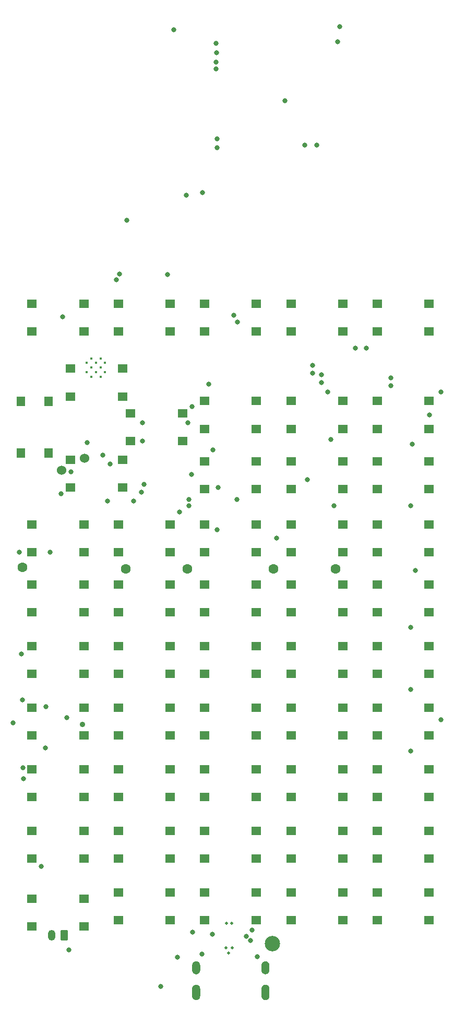
<source format=gbs>
G04 #@! TF.GenerationSoftware,KiCad,Pcbnew,7.0.1*
G04 #@! TF.CreationDate,2023-03-17T22:44:53-07:00*
G04 #@! TF.ProjectId,TI-83x,54492d38-3378-42e6-9b69-6361645f7063,A*
G04 #@! TF.SameCoordinates,Original*
G04 #@! TF.FileFunction,Soldermask,Bot*
G04 #@! TF.FilePolarity,Negative*
%FSLAX46Y46*%
G04 Gerber Fmt 4.6, Leading zero omitted, Abs format (unit mm)*
G04 Created by KiCad (PCBNEW 7.0.1) date 2023-03-17 22:44:53*
%MOMM*%
%LPD*%
G01*
G04 APERTURE LIST*
G04 Aperture macros list*
%AMRoundRect*
0 Rectangle with rounded corners*
0 $1 Rounding radius*
0 $2 $3 $4 $5 $6 $7 $8 $9 X,Y pos of 4 corners*
0 Add a 4 corners polygon primitive as box body*
4,1,4,$2,$3,$4,$5,$6,$7,$8,$9,$2,$3,0*
0 Add four circle primitives for the rounded corners*
1,1,$1+$1,$2,$3*
1,1,$1+$1,$4,$5*
1,1,$1+$1,$6,$7*
1,1,$1+$1,$8,$9*
0 Add four rect primitives between the rounded corners*
20,1,$1+$1,$2,$3,$4,$5,0*
20,1,$1+$1,$4,$5,$6,$7,0*
20,1,$1+$1,$6,$7,$8,$9,0*
20,1,$1+$1,$8,$9,$2,$3,0*%
G04 Aperture macros list end*
%ADD10C,0.010000*%
%ADD11R,1.600000X1.400000*%
%ADD12C,0.450000*%
%ADD13O,1.200000X1.750000*%
%ADD14RoundRect,0.250000X0.350000X0.625000X-0.350000X0.625000X-0.350000X-0.625000X0.350000X-0.625000X0*%
%ADD15R,1.400000X1.600000*%
%ADD16C,0.800000*%
%ADD17C,1.600000*%
%ADD18C,0.900000*%
%ADD19C,2.500000*%
%ADD20C,1.524000*%
%ADD21C,0.500000*%
G04 APERTURE END LIST*
D10*
X73901000Y-197201000D02*
X73933000Y-197203000D01*
X73964000Y-197207000D01*
X73995000Y-197213000D01*
X74025000Y-197220000D01*
X74055000Y-197229000D01*
X74085000Y-197240000D01*
X74114000Y-197252000D01*
X74142000Y-197265000D01*
X74170000Y-197280000D01*
X74197000Y-197297000D01*
X74223000Y-197315000D01*
X74248000Y-197334000D01*
X74271000Y-197354000D01*
X74294000Y-197376000D01*
X74316000Y-197399000D01*
X74336000Y-197422000D01*
X74355000Y-197447000D01*
X74373000Y-197473000D01*
X74390000Y-197500000D01*
X74405000Y-197528000D01*
X74418000Y-197556000D01*
X74430000Y-197585000D01*
X74441000Y-197615000D01*
X74450000Y-197645000D01*
X74457000Y-197675000D01*
X74463000Y-197706000D01*
X74467000Y-197737000D01*
X74469000Y-197769000D01*
X74470000Y-197800000D01*
X74470000Y-199000000D01*
X74469000Y-199031000D01*
X74467000Y-199063000D01*
X74463000Y-199094000D01*
X74457000Y-199125000D01*
X74450000Y-199155000D01*
X74441000Y-199185000D01*
X74430000Y-199215000D01*
X74418000Y-199244000D01*
X74405000Y-199272000D01*
X74390000Y-199300000D01*
X74373000Y-199327000D01*
X74355000Y-199353000D01*
X74336000Y-199378000D01*
X74316000Y-199401000D01*
X74294000Y-199424000D01*
X74271000Y-199446000D01*
X74248000Y-199466000D01*
X74223000Y-199485000D01*
X74197000Y-199503000D01*
X74170000Y-199520000D01*
X74142000Y-199535000D01*
X74114000Y-199548000D01*
X74085000Y-199560000D01*
X74055000Y-199571000D01*
X74025000Y-199580000D01*
X73995000Y-199587000D01*
X73964000Y-199593000D01*
X73933000Y-199597000D01*
X73901000Y-199599000D01*
X73870000Y-199600000D01*
X73839000Y-199599000D01*
X73807000Y-199597000D01*
X73776000Y-199593000D01*
X73745000Y-199587000D01*
X73715000Y-199580000D01*
X73685000Y-199571000D01*
X73655000Y-199560000D01*
X73626000Y-199548000D01*
X73598000Y-199535000D01*
X73570000Y-199520000D01*
X73543000Y-199503000D01*
X73517000Y-199485000D01*
X73492000Y-199466000D01*
X73469000Y-199446000D01*
X73446000Y-199424000D01*
X73424000Y-199401000D01*
X73404000Y-199378000D01*
X73385000Y-199353000D01*
X73367000Y-199327000D01*
X73350000Y-199300000D01*
X73335000Y-199272000D01*
X73322000Y-199244000D01*
X73310000Y-199215000D01*
X73299000Y-199185000D01*
X73290000Y-199155000D01*
X73283000Y-199125000D01*
X73277000Y-199094000D01*
X73273000Y-199063000D01*
X73271000Y-199031000D01*
X73270000Y-199000000D01*
X73270000Y-197800000D01*
X73271000Y-197769000D01*
X73273000Y-197737000D01*
X73277000Y-197706000D01*
X73283000Y-197675000D01*
X73290000Y-197645000D01*
X73299000Y-197615000D01*
X73310000Y-197585000D01*
X73322000Y-197556000D01*
X73335000Y-197528000D01*
X73350000Y-197500000D01*
X73367000Y-197473000D01*
X73385000Y-197447000D01*
X73404000Y-197422000D01*
X73424000Y-197399000D01*
X73446000Y-197376000D01*
X73469000Y-197354000D01*
X73492000Y-197334000D01*
X73517000Y-197315000D01*
X73543000Y-197297000D01*
X73570000Y-197280000D01*
X73598000Y-197265000D01*
X73626000Y-197252000D01*
X73655000Y-197240000D01*
X73685000Y-197229000D01*
X73715000Y-197220000D01*
X73745000Y-197213000D01*
X73776000Y-197207000D01*
X73807000Y-197203000D01*
X73839000Y-197201000D01*
X73870000Y-197200000D01*
X73901000Y-197201000D01*
G36*
X73901000Y-197201000D02*
G01*
X73933000Y-197203000D01*
X73964000Y-197207000D01*
X73995000Y-197213000D01*
X74025000Y-197220000D01*
X74055000Y-197229000D01*
X74085000Y-197240000D01*
X74114000Y-197252000D01*
X74142000Y-197265000D01*
X74170000Y-197280000D01*
X74197000Y-197297000D01*
X74223000Y-197315000D01*
X74248000Y-197334000D01*
X74271000Y-197354000D01*
X74294000Y-197376000D01*
X74316000Y-197399000D01*
X74336000Y-197422000D01*
X74355000Y-197447000D01*
X74373000Y-197473000D01*
X74390000Y-197500000D01*
X74405000Y-197528000D01*
X74418000Y-197556000D01*
X74430000Y-197585000D01*
X74441000Y-197615000D01*
X74450000Y-197645000D01*
X74457000Y-197675000D01*
X74463000Y-197706000D01*
X74467000Y-197737000D01*
X74469000Y-197769000D01*
X74470000Y-197800000D01*
X74470000Y-199000000D01*
X74469000Y-199031000D01*
X74467000Y-199063000D01*
X74463000Y-199094000D01*
X74457000Y-199125000D01*
X74450000Y-199155000D01*
X74441000Y-199185000D01*
X74430000Y-199215000D01*
X74418000Y-199244000D01*
X74405000Y-199272000D01*
X74390000Y-199300000D01*
X74373000Y-199327000D01*
X74355000Y-199353000D01*
X74336000Y-199378000D01*
X74316000Y-199401000D01*
X74294000Y-199424000D01*
X74271000Y-199446000D01*
X74248000Y-199466000D01*
X74223000Y-199485000D01*
X74197000Y-199503000D01*
X74170000Y-199520000D01*
X74142000Y-199535000D01*
X74114000Y-199548000D01*
X74085000Y-199560000D01*
X74055000Y-199571000D01*
X74025000Y-199580000D01*
X73995000Y-199587000D01*
X73964000Y-199593000D01*
X73933000Y-199597000D01*
X73901000Y-199599000D01*
X73870000Y-199600000D01*
X73839000Y-199599000D01*
X73807000Y-199597000D01*
X73776000Y-199593000D01*
X73745000Y-199587000D01*
X73715000Y-199580000D01*
X73685000Y-199571000D01*
X73655000Y-199560000D01*
X73626000Y-199548000D01*
X73598000Y-199535000D01*
X73570000Y-199520000D01*
X73543000Y-199503000D01*
X73517000Y-199485000D01*
X73492000Y-199466000D01*
X73469000Y-199446000D01*
X73446000Y-199424000D01*
X73424000Y-199401000D01*
X73404000Y-199378000D01*
X73385000Y-199353000D01*
X73367000Y-199327000D01*
X73350000Y-199300000D01*
X73335000Y-199272000D01*
X73322000Y-199244000D01*
X73310000Y-199215000D01*
X73299000Y-199185000D01*
X73290000Y-199155000D01*
X73283000Y-199125000D01*
X73277000Y-199094000D01*
X73273000Y-199063000D01*
X73271000Y-199031000D01*
X73270000Y-199000000D01*
X73270000Y-197800000D01*
X73271000Y-197769000D01*
X73273000Y-197737000D01*
X73277000Y-197706000D01*
X73283000Y-197675000D01*
X73290000Y-197645000D01*
X73299000Y-197615000D01*
X73310000Y-197585000D01*
X73322000Y-197556000D01*
X73335000Y-197528000D01*
X73350000Y-197500000D01*
X73367000Y-197473000D01*
X73385000Y-197447000D01*
X73404000Y-197422000D01*
X73424000Y-197399000D01*
X73446000Y-197376000D01*
X73469000Y-197354000D01*
X73492000Y-197334000D01*
X73517000Y-197315000D01*
X73543000Y-197297000D01*
X73570000Y-197280000D01*
X73598000Y-197265000D01*
X73626000Y-197252000D01*
X73655000Y-197240000D01*
X73685000Y-197229000D01*
X73715000Y-197220000D01*
X73745000Y-197213000D01*
X73776000Y-197207000D01*
X73807000Y-197203000D01*
X73839000Y-197201000D01*
X73870000Y-197200000D01*
X73901000Y-197201000D01*
G37*
X73901000Y-193401000D02*
X73933000Y-193403000D01*
X73964000Y-193407000D01*
X73995000Y-193413000D01*
X74025000Y-193420000D01*
X74055000Y-193429000D01*
X74085000Y-193440000D01*
X74114000Y-193452000D01*
X74142000Y-193465000D01*
X74170000Y-193480000D01*
X74197000Y-193497000D01*
X74223000Y-193515000D01*
X74248000Y-193534000D01*
X74271000Y-193554000D01*
X74294000Y-193576000D01*
X74316000Y-193599000D01*
X74336000Y-193622000D01*
X74355000Y-193647000D01*
X74373000Y-193673000D01*
X74390000Y-193700000D01*
X74405000Y-193728000D01*
X74418000Y-193756000D01*
X74430000Y-193785000D01*
X74441000Y-193815000D01*
X74450000Y-193845000D01*
X74457000Y-193875000D01*
X74463000Y-193906000D01*
X74467000Y-193937000D01*
X74469000Y-193969000D01*
X74470000Y-194000000D01*
X74470000Y-194800000D01*
X74469000Y-194831000D01*
X74467000Y-194863000D01*
X74463000Y-194894000D01*
X74457000Y-194925000D01*
X74450000Y-194955000D01*
X74441000Y-194985000D01*
X74430000Y-195015000D01*
X74418000Y-195044000D01*
X74405000Y-195072000D01*
X74390000Y-195100000D01*
X74373000Y-195127000D01*
X74355000Y-195153000D01*
X74336000Y-195178000D01*
X74316000Y-195201000D01*
X74294000Y-195224000D01*
X74271000Y-195246000D01*
X74248000Y-195266000D01*
X74223000Y-195285000D01*
X74197000Y-195303000D01*
X74170000Y-195320000D01*
X74142000Y-195335000D01*
X74114000Y-195348000D01*
X74085000Y-195360000D01*
X74055000Y-195371000D01*
X74025000Y-195380000D01*
X73995000Y-195387000D01*
X73964000Y-195393000D01*
X73933000Y-195397000D01*
X73901000Y-195399000D01*
X73870000Y-195400000D01*
X73839000Y-195399000D01*
X73807000Y-195397000D01*
X73776000Y-195393000D01*
X73745000Y-195387000D01*
X73715000Y-195380000D01*
X73685000Y-195371000D01*
X73655000Y-195360000D01*
X73626000Y-195348000D01*
X73598000Y-195335000D01*
X73570000Y-195320000D01*
X73543000Y-195303000D01*
X73517000Y-195285000D01*
X73492000Y-195266000D01*
X73469000Y-195246000D01*
X73446000Y-195224000D01*
X73424000Y-195201000D01*
X73404000Y-195178000D01*
X73385000Y-195153000D01*
X73367000Y-195127000D01*
X73350000Y-195100000D01*
X73335000Y-195072000D01*
X73322000Y-195044000D01*
X73310000Y-195015000D01*
X73299000Y-194985000D01*
X73290000Y-194955000D01*
X73283000Y-194925000D01*
X73277000Y-194894000D01*
X73273000Y-194863000D01*
X73271000Y-194831000D01*
X73270000Y-194800000D01*
X73270000Y-194000000D01*
X73271000Y-193969000D01*
X73273000Y-193937000D01*
X73277000Y-193906000D01*
X73283000Y-193875000D01*
X73290000Y-193845000D01*
X73299000Y-193815000D01*
X73310000Y-193785000D01*
X73322000Y-193756000D01*
X73335000Y-193728000D01*
X73350000Y-193700000D01*
X73367000Y-193673000D01*
X73385000Y-193647000D01*
X73404000Y-193622000D01*
X73424000Y-193599000D01*
X73446000Y-193576000D01*
X73469000Y-193554000D01*
X73492000Y-193534000D01*
X73517000Y-193515000D01*
X73543000Y-193497000D01*
X73570000Y-193480000D01*
X73598000Y-193465000D01*
X73626000Y-193452000D01*
X73655000Y-193440000D01*
X73685000Y-193429000D01*
X73715000Y-193420000D01*
X73745000Y-193413000D01*
X73776000Y-193407000D01*
X73807000Y-193403000D01*
X73839000Y-193401000D01*
X73870000Y-193400000D01*
X73901000Y-193401000D01*
G36*
X73901000Y-193401000D02*
G01*
X73933000Y-193403000D01*
X73964000Y-193407000D01*
X73995000Y-193413000D01*
X74025000Y-193420000D01*
X74055000Y-193429000D01*
X74085000Y-193440000D01*
X74114000Y-193452000D01*
X74142000Y-193465000D01*
X74170000Y-193480000D01*
X74197000Y-193497000D01*
X74223000Y-193515000D01*
X74248000Y-193534000D01*
X74271000Y-193554000D01*
X74294000Y-193576000D01*
X74316000Y-193599000D01*
X74336000Y-193622000D01*
X74355000Y-193647000D01*
X74373000Y-193673000D01*
X74390000Y-193700000D01*
X74405000Y-193728000D01*
X74418000Y-193756000D01*
X74430000Y-193785000D01*
X74441000Y-193815000D01*
X74450000Y-193845000D01*
X74457000Y-193875000D01*
X74463000Y-193906000D01*
X74467000Y-193937000D01*
X74469000Y-193969000D01*
X74470000Y-194000000D01*
X74470000Y-194800000D01*
X74469000Y-194831000D01*
X74467000Y-194863000D01*
X74463000Y-194894000D01*
X74457000Y-194925000D01*
X74450000Y-194955000D01*
X74441000Y-194985000D01*
X74430000Y-195015000D01*
X74418000Y-195044000D01*
X74405000Y-195072000D01*
X74390000Y-195100000D01*
X74373000Y-195127000D01*
X74355000Y-195153000D01*
X74336000Y-195178000D01*
X74316000Y-195201000D01*
X74294000Y-195224000D01*
X74271000Y-195246000D01*
X74248000Y-195266000D01*
X74223000Y-195285000D01*
X74197000Y-195303000D01*
X74170000Y-195320000D01*
X74142000Y-195335000D01*
X74114000Y-195348000D01*
X74085000Y-195360000D01*
X74055000Y-195371000D01*
X74025000Y-195380000D01*
X73995000Y-195387000D01*
X73964000Y-195393000D01*
X73933000Y-195397000D01*
X73901000Y-195399000D01*
X73870000Y-195400000D01*
X73839000Y-195399000D01*
X73807000Y-195397000D01*
X73776000Y-195393000D01*
X73745000Y-195387000D01*
X73715000Y-195380000D01*
X73685000Y-195371000D01*
X73655000Y-195360000D01*
X73626000Y-195348000D01*
X73598000Y-195335000D01*
X73570000Y-195320000D01*
X73543000Y-195303000D01*
X73517000Y-195285000D01*
X73492000Y-195266000D01*
X73469000Y-195246000D01*
X73446000Y-195224000D01*
X73424000Y-195201000D01*
X73404000Y-195178000D01*
X73385000Y-195153000D01*
X73367000Y-195127000D01*
X73350000Y-195100000D01*
X73335000Y-195072000D01*
X73322000Y-195044000D01*
X73310000Y-195015000D01*
X73299000Y-194985000D01*
X73290000Y-194955000D01*
X73283000Y-194925000D01*
X73277000Y-194894000D01*
X73273000Y-194863000D01*
X73271000Y-194831000D01*
X73270000Y-194800000D01*
X73270000Y-194000000D01*
X73271000Y-193969000D01*
X73273000Y-193937000D01*
X73277000Y-193906000D01*
X73283000Y-193875000D01*
X73290000Y-193845000D01*
X73299000Y-193815000D01*
X73310000Y-193785000D01*
X73322000Y-193756000D01*
X73335000Y-193728000D01*
X73350000Y-193700000D01*
X73367000Y-193673000D01*
X73385000Y-193647000D01*
X73404000Y-193622000D01*
X73424000Y-193599000D01*
X73446000Y-193576000D01*
X73469000Y-193554000D01*
X73492000Y-193534000D01*
X73517000Y-193515000D01*
X73543000Y-193497000D01*
X73570000Y-193480000D01*
X73598000Y-193465000D01*
X73626000Y-193452000D01*
X73655000Y-193440000D01*
X73685000Y-193429000D01*
X73715000Y-193420000D01*
X73745000Y-193413000D01*
X73776000Y-193407000D01*
X73807000Y-193403000D01*
X73839000Y-193401000D01*
X73870000Y-193400000D01*
X73901000Y-193401000D01*
G37*
X62661000Y-197201000D02*
X62693000Y-197203000D01*
X62724000Y-197207000D01*
X62755000Y-197213000D01*
X62785000Y-197220000D01*
X62815000Y-197229000D01*
X62845000Y-197240000D01*
X62874000Y-197252000D01*
X62902000Y-197265000D01*
X62930000Y-197280000D01*
X62957000Y-197297000D01*
X62983000Y-197315000D01*
X63008000Y-197334000D01*
X63031000Y-197354000D01*
X63054000Y-197376000D01*
X63076000Y-197399000D01*
X63096000Y-197422000D01*
X63115000Y-197447000D01*
X63133000Y-197473000D01*
X63150000Y-197500000D01*
X63165000Y-197528000D01*
X63178000Y-197556000D01*
X63190000Y-197585000D01*
X63201000Y-197615000D01*
X63210000Y-197645000D01*
X63217000Y-197675000D01*
X63223000Y-197706000D01*
X63227000Y-197737000D01*
X63229000Y-197769000D01*
X63230000Y-197800000D01*
X63230000Y-199000000D01*
X63229000Y-199031000D01*
X63227000Y-199063000D01*
X63223000Y-199094000D01*
X63217000Y-199125000D01*
X63210000Y-199155000D01*
X63201000Y-199185000D01*
X63190000Y-199215000D01*
X63178000Y-199244000D01*
X63165000Y-199272000D01*
X63150000Y-199300000D01*
X63133000Y-199327000D01*
X63115000Y-199353000D01*
X63096000Y-199378000D01*
X63076000Y-199401000D01*
X63054000Y-199424000D01*
X63031000Y-199446000D01*
X63008000Y-199466000D01*
X62983000Y-199485000D01*
X62957000Y-199503000D01*
X62930000Y-199520000D01*
X62902000Y-199535000D01*
X62874000Y-199548000D01*
X62845000Y-199560000D01*
X62815000Y-199571000D01*
X62785000Y-199580000D01*
X62755000Y-199587000D01*
X62724000Y-199593000D01*
X62693000Y-199597000D01*
X62661000Y-199599000D01*
X62630000Y-199600000D01*
X62599000Y-199599000D01*
X62567000Y-199597000D01*
X62536000Y-199593000D01*
X62505000Y-199587000D01*
X62475000Y-199580000D01*
X62445000Y-199571000D01*
X62415000Y-199560000D01*
X62386000Y-199548000D01*
X62358000Y-199535000D01*
X62330000Y-199520000D01*
X62303000Y-199503000D01*
X62277000Y-199485000D01*
X62252000Y-199466000D01*
X62229000Y-199446000D01*
X62206000Y-199424000D01*
X62184000Y-199401000D01*
X62164000Y-199378000D01*
X62145000Y-199353000D01*
X62127000Y-199327000D01*
X62110000Y-199300000D01*
X62095000Y-199272000D01*
X62082000Y-199244000D01*
X62070000Y-199215000D01*
X62059000Y-199185000D01*
X62050000Y-199155000D01*
X62043000Y-199125000D01*
X62037000Y-199094000D01*
X62033000Y-199063000D01*
X62031000Y-199031000D01*
X62030000Y-199000000D01*
X62030000Y-197800000D01*
X62031000Y-197769000D01*
X62033000Y-197737000D01*
X62037000Y-197706000D01*
X62043000Y-197675000D01*
X62050000Y-197645000D01*
X62059000Y-197615000D01*
X62070000Y-197585000D01*
X62082000Y-197556000D01*
X62095000Y-197528000D01*
X62110000Y-197500000D01*
X62127000Y-197473000D01*
X62145000Y-197447000D01*
X62164000Y-197422000D01*
X62184000Y-197399000D01*
X62206000Y-197376000D01*
X62229000Y-197354000D01*
X62252000Y-197334000D01*
X62277000Y-197315000D01*
X62303000Y-197297000D01*
X62330000Y-197280000D01*
X62358000Y-197265000D01*
X62386000Y-197252000D01*
X62415000Y-197240000D01*
X62445000Y-197229000D01*
X62475000Y-197220000D01*
X62505000Y-197213000D01*
X62536000Y-197207000D01*
X62567000Y-197203000D01*
X62599000Y-197201000D01*
X62630000Y-197200000D01*
X62661000Y-197201000D01*
G36*
X62661000Y-197201000D02*
G01*
X62693000Y-197203000D01*
X62724000Y-197207000D01*
X62755000Y-197213000D01*
X62785000Y-197220000D01*
X62815000Y-197229000D01*
X62845000Y-197240000D01*
X62874000Y-197252000D01*
X62902000Y-197265000D01*
X62930000Y-197280000D01*
X62957000Y-197297000D01*
X62983000Y-197315000D01*
X63008000Y-197334000D01*
X63031000Y-197354000D01*
X63054000Y-197376000D01*
X63076000Y-197399000D01*
X63096000Y-197422000D01*
X63115000Y-197447000D01*
X63133000Y-197473000D01*
X63150000Y-197500000D01*
X63165000Y-197528000D01*
X63178000Y-197556000D01*
X63190000Y-197585000D01*
X63201000Y-197615000D01*
X63210000Y-197645000D01*
X63217000Y-197675000D01*
X63223000Y-197706000D01*
X63227000Y-197737000D01*
X63229000Y-197769000D01*
X63230000Y-197800000D01*
X63230000Y-199000000D01*
X63229000Y-199031000D01*
X63227000Y-199063000D01*
X63223000Y-199094000D01*
X63217000Y-199125000D01*
X63210000Y-199155000D01*
X63201000Y-199185000D01*
X63190000Y-199215000D01*
X63178000Y-199244000D01*
X63165000Y-199272000D01*
X63150000Y-199300000D01*
X63133000Y-199327000D01*
X63115000Y-199353000D01*
X63096000Y-199378000D01*
X63076000Y-199401000D01*
X63054000Y-199424000D01*
X63031000Y-199446000D01*
X63008000Y-199466000D01*
X62983000Y-199485000D01*
X62957000Y-199503000D01*
X62930000Y-199520000D01*
X62902000Y-199535000D01*
X62874000Y-199548000D01*
X62845000Y-199560000D01*
X62815000Y-199571000D01*
X62785000Y-199580000D01*
X62755000Y-199587000D01*
X62724000Y-199593000D01*
X62693000Y-199597000D01*
X62661000Y-199599000D01*
X62630000Y-199600000D01*
X62599000Y-199599000D01*
X62567000Y-199597000D01*
X62536000Y-199593000D01*
X62505000Y-199587000D01*
X62475000Y-199580000D01*
X62445000Y-199571000D01*
X62415000Y-199560000D01*
X62386000Y-199548000D01*
X62358000Y-199535000D01*
X62330000Y-199520000D01*
X62303000Y-199503000D01*
X62277000Y-199485000D01*
X62252000Y-199466000D01*
X62229000Y-199446000D01*
X62206000Y-199424000D01*
X62184000Y-199401000D01*
X62164000Y-199378000D01*
X62145000Y-199353000D01*
X62127000Y-199327000D01*
X62110000Y-199300000D01*
X62095000Y-199272000D01*
X62082000Y-199244000D01*
X62070000Y-199215000D01*
X62059000Y-199185000D01*
X62050000Y-199155000D01*
X62043000Y-199125000D01*
X62037000Y-199094000D01*
X62033000Y-199063000D01*
X62031000Y-199031000D01*
X62030000Y-199000000D01*
X62030000Y-197800000D01*
X62031000Y-197769000D01*
X62033000Y-197737000D01*
X62037000Y-197706000D01*
X62043000Y-197675000D01*
X62050000Y-197645000D01*
X62059000Y-197615000D01*
X62070000Y-197585000D01*
X62082000Y-197556000D01*
X62095000Y-197528000D01*
X62110000Y-197500000D01*
X62127000Y-197473000D01*
X62145000Y-197447000D01*
X62164000Y-197422000D01*
X62184000Y-197399000D01*
X62206000Y-197376000D01*
X62229000Y-197354000D01*
X62252000Y-197334000D01*
X62277000Y-197315000D01*
X62303000Y-197297000D01*
X62330000Y-197280000D01*
X62358000Y-197265000D01*
X62386000Y-197252000D01*
X62415000Y-197240000D01*
X62445000Y-197229000D01*
X62475000Y-197220000D01*
X62505000Y-197213000D01*
X62536000Y-197207000D01*
X62567000Y-197203000D01*
X62599000Y-197201000D01*
X62630000Y-197200000D01*
X62661000Y-197201000D01*
G37*
X62661000Y-193401000D02*
X62693000Y-193403000D01*
X62724000Y-193407000D01*
X62755000Y-193413000D01*
X62785000Y-193420000D01*
X62815000Y-193429000D01*
X62845000Y-193440000D01*
X62874000Y-193452000D01*
X62902000Y-193465000D01*
X62930000Y-193480000D01*
X62957000Y-193497000D01*
X62983000Y-193515000D01*
X63008000Y-193534000D01*
X63031000Y-193554000D01*
X63054000Y-193576000D01*
X63076000Y-193599000D01*
X63096000Y-193622000D01*
X63115000Y-193647000D01*
X63133000Y-193673000D01*
X63150000Y-193700000D01*
X63165000Y-193728000D01*
X63178000Y-193756000D01*
X63190000Y-193785000D01*
X63201000Y-193815000D01*
X63210000Y-193845000D01*
X63217000Y-193875000D01*
X63223000Y-193906000D01*
X63227000Y-193937000D01*
X63229000Y-193969000D01*
X63230000Y-194000000D01*
X63230000Y-194800000D01*
X63229000Y-194831000D01*
X63227000Y-194863000D01*
X63223000Y-194894000D01*
X63217000Y-194925000D01*
X63210000Y-194955000D01*
X63201000Y-194985000D01*
X63190000Y-195015000D01*
X63178000Y-195044000D01*
X63165000Y-195072000D01*
X63150000Y-195100000D01*
X63133000Y-195127000D01*
X63115000Y-195153000D01*
X63096000Y-195178000D01*
X63076000Y-195201000D01*
X63054000Y-195224000D01*
X63031000Y-195246000D01*
X63008000Y-195266000D01*
X62983000Y-195285000D01*
X62957000Y-195303000D01*
X62930000Y-195320000D01*
X62902000Y-195335000D01*
X62874000Y-195348000D01*
X62845000Y-195360000D01*
X62815000Y-195371000D01*
X62785000Y-195380000D01*
X62755000Y-195387000D01*
X62724000Y-195393000D01*
X62693000Y-195397000D01*
X62661000Y-195399000D01*
X62630000Y-195400000D01*
X62599000Y-195399000D01*
X62567000Y-195397000D01*
X62536000Y-195393000D01*
X62505000Y-195387000D01*
X62475000Y-195380000D01*
X62445000Y-195371000D01*
X62415000Y-195360000D01*
X62386000Y-195348000D01*
X62358000Y-195335000D01*
X62330000Y-195320000D01*
X62303000Y-195303000D01*
X62277000Y-195285000D01*
X62252000Y-195266000D01*
X62229000Y-195246000D01*
X62206000Y-195224000D01*
X62184000Y-195201000D01*
X62164000Y-195178000D01*
X62145000Y-195153000D01*
X62127000Y-195127000D01*
X62110000Y-195100000D01*
X62095000Y-195072000D01*
X62082000Y-195044000D01*
X62070000Y-195015000D01*
X62059000Y-194985000D01*
X62050000Y-194955000D01*
X62043000Y-194925000D01*
X62037000Y-194894000D01*
X62033000Y-194863000D01*
X62031000Y-194831000D01*
X62030000Y-194800000D01*
X62030000Y-194000000D01*
X62031000Y-193969000D01*
X62033000Y-193937000D01*
X62037000Y-193906000D01*
X62043000Y-193875000D01*
X62050000Y-193845000D01*
X62059000Y-193815000D01*
X62070000Y-193785000D01*
X62082000Y-193756000D01*
X62095000Y-193728000D01*
X62110000Y-193700000D01*
X62127000Y-193673000D01*
X62145000Y-193647000D01*
X62164000Y-193622000D01*
X62184000Y-193599000D01*
X62206000Y-193576000D01*
X62229000Y-193554000D01*
X62252000Y-193534000D01*
X62277000Y-193515000D01*
X62303000Y-193497000D01*
X62330000Y-193480000D01*
X62358000Y-193465000D01*
X62386000Y-193452000D01*
X62415000Y-193440000D01*
X62445000Y-193429000D01*
X62475000Y-193420000D01*
X62505000Y-193413000D01*
X62536000Y-193407000D01*
X62567000Y-193403000D01*
X62599000Y-193401000D01*
X62630000Y-193400000D01*
X62661000Y-193401000D01*
G36*
X62661000Y-193401000D02*
G01*
X62693000Y-193403000D01*
X62724000Y-193407000D01*
X62755000Y-193413000D01*
X62785000Y-193420000D01*
X62815000Y-193429000D01*
X62845000Y-193440000D01*
X62874000Y-193452000D01*
X62902000Y-193465000D01*
X62930000Y-193480000D01*
X62957000Y-193497000D01*
X62983000Y-193515000D01*
X63008000Y-193534000D01*
X63031000Y-193554000D01*
X63054000Y-193576000D01*
X63076000Y-193599000D01*
X63096000Y-193622000D01*
X63115000Y-193647000D01*
X63133000Y-193673000D01*
X63150000Y-193700000D01*
X63165000Y-193728000D01*
X63178000Y-193756000D01*
X63190000Y-193785000D01*
X63201000Y-193815000D01*
X63210000Y-193845000D01*
X63217000Y-193875000D01*
X63223000Y-193906000D01*
X63227000Y-193937000D01*
X63229000Y-193969000D01*
X63230000Y-194000000D01*
X63230000Y-194800000D01*
X63229000Y-194831000D01*
X63227000Y-194863000D01*
X63223000Y-194894000D01*
X63217000Y-194925000D01*
X63210000Y-194955000D01*
X63201000Y-194985000D01*
X63190000Y-195015000D01*
X63178000Y-195044000D01*
X63165000Y-195072000D01*
X63150000Y-195100000D01*
X63133000Y-195127000D01*
X63115000Y-195153000D01*
X63096000Y-195178000D01*
X63076000Y-195201000D01*
X63054000Y-195224000D01*
X63031000Y-195246000D01*
X63008000Y-195266000D01*
X62983000Y-195285000D01*
X62957000Y-195303000D01*
X62930000Y-195320000D01*
X62902000Y-195335000D01*
X62874000Y-195348000D01*
X62845000Y-195360000D01*
X62815000Y-195371000D01*
X62785000Y-195380000D01*
X62755000Y-195387000D01*
X62724000Y-195393000D01*
X62693000Y-195397000D01*
X62661000Y-195399000D01*
X62630000Y-195400000D01*
X62599000Y-195399000D01*
X62567000Y-195397000D01*
X62536000Y-195393000D01*
X62505000Y-195387000D01*
X62475000Y-195380000D01*
X62445000Y-195371000D01*
X62415000Y-195360000D01*
X62386000Y-195348000D01*
X62358000Y-195335000D01*
X62330000Y-195320000D01*
X62303000Y-195303000D01*
X62277000Y-195285000D01*
X62252000Y-195266000D01*
X62229000Y-195246000D01*
X62206000Y-195224000D01*
X62184000Y-195201000D01*
X62164000Y-195178000D01*
X62145000Y-195153000D01*
X62127000Y-195127000D01*
X62110000Y-195100000D01*
X62095000Y-195072000D01*
X62082000Y-195044000D01*
X62070000Y-195015000D01*
X62059000Y-194985000D01*
X62050000Y-194955000D01*
X62043000Y-194925000D01*
X62037000Y-194894000D01*
X62033000Y-194863000D01*
X62031000Y-194831000D01*
X62030000Y-194800000D01*
X62030000Y-194000000D01*
X62031000Y-193969000D01*
X62033000Y-193937000D01*
X62037000Y-193906000D01*
X62043000Y-193875000D01*
X62050000Y-193845000D01*
X62059000Y-193815000D01*
X62070000Y-193785000D01*
X62082000Y-193756000D01*
X62095000Y-193728000D01*
X62110000Y-193700000D01*
X62127000Y-193673000D01*
X62145000Y-193647000D01*
X62164000Y-193622000D01*
X62184000Y-193599000D01*
X62206000Y-193576000D01*
X62229000Y-193554000D01*
X62252000Y-193534000D01*
X62277000Y-193515000D01*
X62303000Y-193497000D01*
X62330000Y-193480000D01*
X62358000Y-193465000D01*
X62386000Y-193452000D01*
X62415000Y-193440000D01*
X62445000Y-193429000D01*
X62475000Y-193420000D01*
X62505000Y-193413000D01*
X62536000Y-193407000D01*
X62567000Y-193403000D01*
X62599000Y-193401000D01*
X62630000Y-193400000D01*
X62661000Y-193401000D01*
G37*
D11*
X44450000Y-183250000D03*
X44450000Y-187750000D03*
X36050000Y-183250000D03*
X36050000Y-187750000D03*
D12*
X47897500Y-96320000D03*
X47897500Y-97820000D03*
X46397500Y-96320000D03*
X46397500Y-97820000D03*
X44897500Y-96320000D03*
X44897500Y-97820000D03*
X47147500Y-95570000D03*
X47147500Y-97070000D03*
X47147500Y-98570000D03*
X45647500Y-95570000D03*
X45647500Y-98570000D03*
X45647500Y-97070000D03*
D11*
X100450000Y-122500000D03*
X100450000Y-127000000D03*
X92050000Y-122500000D03*
X92050000Y-127000000D03*
D13*
X39250000Y-189200000D03*
D14*
X41250000Y-189200000D03*
D11*
X58450000Y-122500000D03*
X58450000Y-127000000D03*
X50050000Y-122500000D03*
X50050000Y-127000000D03*
X58450000Y-142250000D03*
X58450000Y-146750000D03*
X50050000Y-142250000D03*
X50050000Y-146750000D03*
D15*
X38750000Y-110950000D03*
X34250000Y-110950000D03*
X38750000Y-102550000D03*
X34250000Y-102550000D03*
D11*
X86450000Y-182250000D03*
X86450000Y-186750000D03*
X78050000Y-182250000D03*
X78050000Y-186750000D03*
X58450000Y-86750000D03*
X58450000Y-91250000D03*
X50050000Y-86750000D03*
X50050000Y-91250000D03*
X100450000Y-86750000D03*
X100450000Y-91250000D03*
X92050000Y-86750000D03*
X92050000Y-91250000D03*
X64050000Y-91250000D03*
X64050000Y-86750000D03*
X72450000Y-91250000D03*
X72450000Y-86750000D03*
X72450000Y-142250000D03*
X72450000Y-146750000D03*
X64050000Y-142250000D03*
X64050000Y-146750000D03*
X44450000Y-172250000D03*
X44450000Y-176750000D03*
X36050000Y-172250000D03*
X36050000Y-176750000D03*
X72450000Y-152250000D03*
X72450000Y-156750000D03*
X64050000Y-152250000D03*
X64050000Y-156750000D03*
X100450000Y-142250000D03*
X100450000Y-146750000D03*
X92050000Y-142250000D03*
X92050000Y-146750000D03*
X86450000Y-142250000D03*
X86450000Y-146750000D03*
X78050000Y-142250000D03*
X78050000Y-146750000D03*
X58450000Y-162250000D03*
X58450000Y-166750000D03*
X50050000Y-162250000D03*
X50050000Y-166750000D03*
X86450000Y-152250000D03*
X86450000Y-156750000D03*
X78050000Y-152250000D03*
X78050000Y-156750000D03*
X86450000Y-86750000D03*
X86450000Y-91250000D03*
X78050000Y-86750000D03*
X78050000Y-91250000D03*
X44450000Y-162250000D03*
X44450000Y-166750000D03*
X36050000Y-162250000D03*
X36050000Y-166750000D03*
X50700000Y-112000000D03*
X50700000Y-116500000D03*
X42300000Y-112000000D03*
X42300000Y-116500000D03*
X44450000Y-152250000D03*
X44450000Y-156750000D03*
X36050000Y-152250000D03*
X36050000Y-156750000D03*
X100450000Y-132250000D03*
X100450000Y-136750000D03*
X92050000Y-132250000D03*
X92050000Y-136750000D03*
X100450000Y-112250000D03*
X100450000Y-116750000D03*
X92050000Y-112250000D03*
X92050000Y-116750000D03*
X58450000Y-152250000D03*
X58450000Y-156750000D03*
X50050000Y-152250000D03*
X50050000Y-156750000D03*
X72450000Y-132250000D03*
X72450000Y-136750000D03*
X64050000Y-132250000D03*
X64050000Y-136750000D03*
X86450000Y-172250000D03*
X86450000Y-176750000D03*
X78050000Y-172250000D03*
X78050000Y-176750000D03*
X72450000Y-182250000D03*
X72450000Y-186750000D03*
X64050000Y-182250000D03*
X64050000Y-186750000D03*
X72450000Y-172250000D03*
X72450000Y-176750000D03*
X64050000Y-172250000D03*
X64050000Y-176750000D03*
X86450000Y-132250000D03*
X86450000Y-136750000D03*
X78050000Y-132250000D03*
X78050000Y-136750000D03*
X44450000Y-142250000D03*
X44450000Y-146750000D03*
X36050000Y-142250000D03*
X36050000Y-146750000D03*
X86450000Y-122500000D03*
X86450000Y-127000000D03*
X78050000Y-122500000D03*
X78050000Y-127000000D03*
X100450000Y-182250000D03*
X100450000Y-186750000D03*
X92050000Y-182250000D03*
X92050000Y-186750000D03*
X86450000Y-162250000D03*
X86450000Y-166750000D03*
X78050000Y-162250000D03*
X78050000Y-166750000D03*
X36050000Y-127000000D03*
X36050000Y-122500000D03*
X44450000Y-127000000D03*
X44450000Y-122500000D03*
X60450000Y-104500000D03*
X60450000Y-109000000D03*
X52050000Y-104500000D03*
X52050000Y-109000000D03*
X100450000Y-102500000D03*
X100450000Y-107000000D03*
X92050000Y-102500000D03*
X92050000Y-107000000D03*
X50700000Y-97250000D03*
X50700000Y-101750000D03*
X42300000Y-97250000D03*
X42300000Y-101750000D03*
X72450000Y-102500000D03*
X72450000Y-107000000D03*
X64050000Y-102500000D03*
X64050000Y-107000000D03*
X58450000Y-172250000D03*
X58450000Y-176750000D03*
X50050000Y-172250000D03*
X50050000Y-176750000D03*
X72450000Y-122500000D03*
X72450000Y-127000000D03*
X64050000Y-122500000D03*
X64050000Y-127000000D03*
X86450000Y-112250000D03*
X86450000Y-116750000D03*
X78050000Y-112250000D03*
X78050000Y-116750000D03*
X100450000Y-152250000D03*
X100450000Y-156750000D03*
X92050000Y-152250000D03*
X92050000Y-156750000D03*
X44450000Y-86750000D03*
X44450000Y-91250000D03*
X36050000Y-86750000D03*
X36050000Y-91250000D03*
X44450000Y-132250000D03*
X44450000Y-136750000D03*
X36050000Y-132250000D03*
X36050000Y-136750000D03*
X72450000Y-112250000D03*
X72450000Y-116750000D03*
X64050000Y-112250000D03*
X64050000Y-116750000D03*
X58450000Y-132250000D03*
X58450000Y-136750000D03*
X50050000Y-132250000D03*
X50050000Y-136750000D03*
X100450000Y-162250000D03*
X100450000Y-166750000D03*
X92050000Y-162250000D03*
X92050000Y-166750000D03*
X72450000Y-162250000D03*
X72450000Y-166750000D03*
X64050000Y-162250000D03*
X64050000Y-166750000D03*
X58450000Y-182250000D03*
X58450000Y-186750000D03*
X50050000Y-182250000D03*
X50050000Y-186750000D03*
X86450000Y-102500000D03*
X86450000Y-107000000D03*
X78050000Y-102500000D03*
X78050000Y-107000000D03*
X100450000Y-172250000D03*
X100450000Y-176750000D03*
X92050000Y-172250000D03*
X92050000Y-176750000D03*
D16*
X39000000Y-127000000D03*
X84500000Y-108750000D03*
X34000000Y-127000000D03*
X41000000Y-88800000D03*
X33000000Y-154750000D03*
X82250000Y-61000000D03*
D17*
X75250000Y-129750000D03*
D16*
X66250000Y-116500000D03*
X72600000Y-192600000D03*
X61300000Y-106000000D03*
X34650500Y-163750000D03*
X51400000Y-73200000D03*
X63700000Y-68700000D03*
X38250000Y-158750000D03*
D18*
X44250000Y-155000000D03*
D16*
X42000000Y-191500000D03*
X63600000Y-192200000D03*
D19*
X75000000Y-190500000D03*
D16*
X66079289Y-123400000D03*
X65900000Y-44500000D03*
X59600000Y-192700000D03*
X38300000Y-152100000D03*
X88500000Y-93900000D03*
D20*
X40800000Y-113700000D03*
D16*
X65900000Y-48600000D03*
X65300000Y-189000000D03*
X54000000Y-109000000D03*
X34500000Y-151000000D03*
X59000000Y-42250000D03*
X64750000Y-99750000D03*
X61100000Y-69100000D03*
X56960000Y-197430000D03*
X86000000Y-41800000D03*
D17*
X85250000Y-129749374D03*
D16*
X66100000Y-60000000D03*
X85600000Y-44200000D03*
D17*
X51250000Y-129750000D03*
D16*
X90300000Y-93900000D03*
X34300000Y-143500000D03*
D20*
X44600000Y-111800000D03*
D16*
X61900000Y-114400000D03*
X41700000Y-153900000D03*
D17*
X61250000Y-129750000D03*
D16*
X66100000Y-61400000D03*
X58000000Y-82000000D03*
X62000000Y-103419500D03*
X37500000Y-178000000D03*
X34550000Y-162000000D03*
X49762299Y-82862299D03*
X80250000Y-61000000D03*
D21*
X68500000Y-191200000D03*
X68400000Y-187200000D03*
X67970346Y-192029654D03*
X67500000Y-191200000D03*
X67600000Y-187200000D03*
D16*
X69250000Y-118500000D03*
X61500000Y-118500000D03*
X54250000Y-116000000D03*
X85000000Y-119500000D03*
X80750000Y-115250000D03*
X61500000Y-119500000D03*
X75750000Y-124750000D03*
X53750000Y-117250000D03*
X48700000Y-112700000D03*
X47500000Y-111250000D03*
X40750000Y-117500000D03*
X52500000Y-118750000D03*
X45000000Y-109250000D03*
X48250000Y-118750000D03*
X60000000Y-120500000D03*
X54000000Y-106000000D03*
X71700000Y-188300000D03*
X71488105Y-190024926D03*
X65400000Y-110400000D03*
X77100000Y-53800000D03*
X65900000Y-47500000D03*
X81525500Y-98000000D03*
X83000000Y-99500000D03*
X69400000Y-89700000D03*
X94250000Y-100000000D03*
X81525500Y-96750000D03*
X83000000Y-98250000D03*
X68800000Y-88600000D03*
X94250000Y-98750000D03*
X42400000Y-114000000D03*
X50200000Y-81900000D03*
X84055659Y-101055658D03*
X100500000Y-104750000D03*
X97750000Y-109500000D03*
X97500000Y-119500000D03*
X98250000Y-130000000D03*
X97500000Y-139250000D03*
X97500000Y-149250000D03*
X97500000Y-159250000D03*
X102400000Y-154200000D03*
X102400000Y-101000000D03*
X62100000Y-188700000D03*
X70800000Y-189300000D03*
X66000000Y-46000000D03*
D17*
X34500000Y-129500000D03*
M02*

</source>
